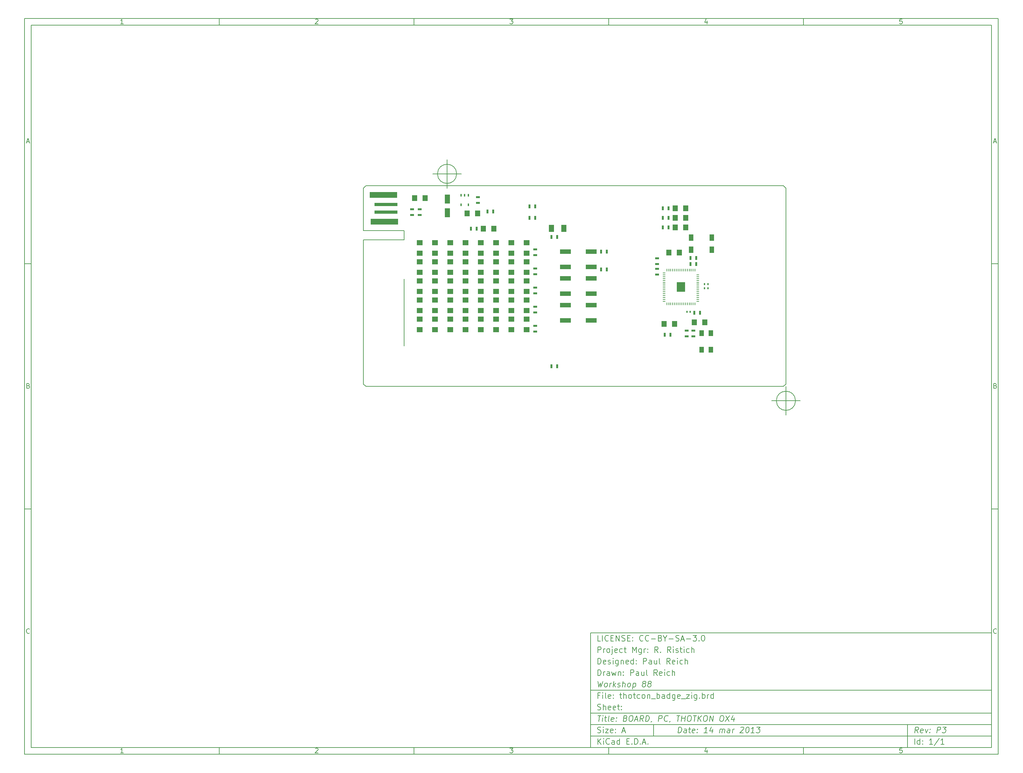
<source format=gtp>
G04 (created by PCBNEW (2012-11-15 BZR 3804)-stable) date Wed 13 Mar 2013 22:39:17 CDT*
%MOIN*%
G04 Gerber Fmt 3.4, Leading zero omitted, Abs format*
%FSLAX34Y34*%
G01*
G70*
G90*
G04 APERTURE LIST*
%ADD10C,0.006*%
%ADD11C,0.00590551*%
%ADD12R,0.00756693X0.02806*%
%ADD13R,0.02806X0.00756693*%
%ADD14R,0.0862X0.1015*%
%ADD15R,0.018X0.027*%
%ADD16R,0.0496063X0.0637795*%
%ADD17R,0.0468X0.0675*%
%ADD18R,0.288X0.063*%
%ADD19R,0.243X0.036*%
%ADD20R,0.0567X0.0639*%
%ADD21R,0.0405X0.0225*%
%ADD22R,0.0225X0.0405*%
%ADD23R,0.01413X0.02124*%
%ADD24R,0.0567X0.09216*%
%ADD25R,0.117X0.045*%
%ADD26R,0.054X0.072*%
%ADD27R,0.05661X0.06381*%
%ADD28R,0.06381X0.05661*%
G04 APERTURE END LIST*
G54D10*
X-41000Y34000D02*
X61000Y34000D01*
X61000Y-43000D01*
X-41000Y-43000D01*
X-41000Y34000D01*
X-40300Y33300D02*
X60300Y33300D01*
X60300Y-42300D01*
X-40300Y-42300D01*
X-40300Y33300D01*
X-20600Y34000D02*
X-20600Y33300D01*
X-30657Y33447D02*
X-30942Y33447D01*
X-30800Y33447D02*
X-30800Y33947D01*
X-30847Y33876D01*
X-30895Y33828D01*
X-30942Y33804D01*
X-20600Y-43000D02*
X-20600Y-42300D01*
X-30657Y-42852D02*
X-30942Y-42852D01*
X-30800Y-42852D02*
X-30800Y-42352D01*
X-30847Y-42423D01*
X-30895Y-42471D01*
X-30942Y-42495D01*
X-200Y34000D02*
X-200Y33300D01*
X-10542Y33900D02*
X-10519Y33923D01*
X-10471Y33947D01*
X-10352Y33947D01*
X-10304Y33923D01*
X-10280Y33900D01*
X-10257Y33852D01*
X-10257Y33804D01*
X-10280Y33733D01*
X-10566Y33447D01*
X-10257Y33447D01*
X-200Y-43000D02*
X-200Y-42300D01*
X-10542Y-42400D02*
X-10519Y-42376D01*
X-10471Y-42352D01*
X-10352Y-42352D01*
X-10304Y-42376D01*
X-10280Y-42400D01*
X-10257Y-42447D01*
X-10257Y-42495D01*
X-10280Y-42566D01*
X-10566Y-42852D01*
X-10257Y-42852D01*
X20200Y34000D02*
X20200Y33300D01*
X9833Y33947D02*
X10142Y33947D01*
X9976Y33757D01*
X10047Y33757D01*
X10095Y33733D01*
X10119Y33709D01*
X10142Y33661D01*
X10142Y33542D01*
X10119Y33495D01*
X10095Y33471D01*
X10047Y33447D01*
X9904Y33447D01*
X9857Y33471D01*
X9833Y33495D01*
X20200Y-43000D02*
X20200Y-42300D01*
X9833Y-42352D02*
X10142Y-42352D01*
X9976Y-42542D01*
X10047Y-42542D01*
X10095Y-42566D01*
X10119Y-42590D01*
X10142Y-42638D01*
X10142Y-42757D01*
X10119Y-42804D01*
X10095Y-42828D01*
X10047Y-42852D01*
X9904Y-42852D01*
X9857Y-42828D01*
X9833Y-42804D01*
X40600Y34000D02*
X40600Y33300D01*
X30495Y33780D02*
X30495Y33447D01*
X30376Y33971D02*
X30257Y33614D01*
X30566Y33614D01*
X40600Y-43000D02*
X40600Y-42300D01*
X30495Y-42519D02*
X30495Y-42852D01*
X30376Y-42328D02*
X30257Y-42685D01*
X30566Y-42685D01*
X50919Y33947D02*
X50680Y33947D01*
X50657Y33709D01*
X50680Y33733D01*
X50728Y33757D01*
X50847Y33757D01*
X50895Y33733D01*
X50919Y33709D01*
X50942Y33661D01*
X50942Y33542D01*
X50919Y33495D01*
X50895Y33471D01*
X50847Y33447D01*
X50728Y33447D01*
X50680Y33471D01*
X50657Y33495D01*
X50919Y-42352D02*
X50680Y-42352D01*
X50657Y-42590D01*
X50680Y-42566D01*
X50728Y-42542D01*
X50847Y-42542D01*
X50895Y-42566D01*
X50919Y-42590D01*
X50942Y-42638D01*
X50942Y-42757D01*
X50919Y-42804D01*
X50895Y-42828D01*
X50847Y-42852D01*
X50728Y-42852D01*
X50680Y-42828D01*
X50657Y-42804D01*
X-41000Y8340D02*
X-40300Y8340D01*
X-40769Y21110D02*
X-40530Y21110D01*
X-40816Y20967D02*
X-40649Y21467D01*
X-40483Y20967D01*
X61000Y8340D02*
X60300Y8340D01*
X60530Y21110D02*
X60769Y21110D01*
X60483Y20967D02*
X60650Y21467D01*
X60816Y20967D01*
X-41000Y-17320D02*
X-40300Y-17320D01*
X-40614Y-4430D02*
X-40542Y-4454D01*
X-40519Y-4478D01*
X-40495Y-4525D01*
X-40495Y-4597D01*
X-40519Y-4644D01*
X-40542Y-4668D01*
X-40590Y-4692D01*
X-40780Y-4692D01*
X-40780Y-4192D01*
X-40614Y-4192D01*
X-40566Y-4216D01*
X-40542Y-4240D01*
X-40519Y-4287D01*
X-40519Y-4335D01*
X-40542Y-4382D01*
X-40566Y-4406D01*
X-40614Y-4430D01*
X-40780Y-4430D01*
X61000Y-17320D02*
X60300Y-17320D01*
X60685Y-4430D02*
X60757Y-4454D01*
X60780Y-4478D01*
X60804Y-4525D01*
X60804Y-4597D01*
X60780Y-4644D01*
X60757Y-4668D01*
X60709Y-4692D01*
X60519Y-4692D01*
X60519Y-4192D01*
X60685Y-4192D01*
X60733Y-4216D01*
X60757Y-4240D01*
X60780Y-4287D01*
X60780Y-4335D01*
X60757Y-4382D01*
X60733Y-4406D01*
X60685Y-4430D01*
X60519Y-4430D01*
X-40495Y-30304D02*
X-40519Y-30328D01*
X-40590Y-30352D01*
X-40638Y-30352D01*
X-40709Y-30328D01*
X-40757Y-30280D01*
X-40780Y-30233D01*
X-40804Y-30138D01*
X-40804Y-30066D01*
X-40780Y-29971D01*
X-40757Y-29923D01*
X-40709Y-29876D01*
X-40638Y-29852D01*
X-40590Y-29852D01*
X-40519Y-29876D01*
X-40495Y-29900D01*
X60804Y-30304D02*
X60780Y-30328D01*
X60709Y-30352D01*
X60661Y-30352D01*
X60590Y-30328D01*
X60542Y-30280D01*
X60519Y-30233D01*
X60495Y-30138D01*
X60495Y-30066D01*
X60519Y-29971D01*
X60542Y-29923D01*
X60590Y-29876D01*
X60661Y-29852D01*
X60709Y-29852D01*
X60780Y-29876D01*
X60804Y-29900D01*
X27450Y-40742D02*
X27525Y-40142D01*
X27667Y-40142D01*
X27750Y-40171D01*
X27800Y-40228D01*
X27821Y-40285D01*
X27835Y-40400D01*
X27825Y-40485D01*
X27782Y-40600D01*
X27746Y-40657D01*
X27682Y-40714D01*
X27592Y-40742D01*
X27450Y-40742D01*
X28307Y-40742D02*
X28346Y-40428D01*
X28325Y-40371D01*
X28271Y-40342D01*
X28157Y-40342D01*
X28096Y-40371D01*
X28310Y-40714D02*
X28250Y-40742D01*
X28107Y-40742D01*
X28053Y-40714D01*
X28032Y-40657D01*
X28039Y-40600D01*
X28075Y-40542D01*
X28135Y-40514D01*
X28278Y-40514D01*
X28339Y-40485D01*
X28557Y-40342D02*
X28785Y-40342D01*
X28667Y-40142D02*
X28603Y-40657D01*
X28625Y-40714D01*
X28678Y-40742D01*
X28735Y-40742D01*
X29167Y-40714D02*
X29107Y-40742D01*
X28992Y-40742D01*
X28939Y-40714D01*
X28917Y-40657D01*
X28946Y-40428D01*
X28982Y-40371D01*
X29042Y-40342D01*
X29157Y-40342D01*
X29210Y-40371D01*
X29232Y-40428D01*
X29225Y-40485D01*
X28932Y-40542D01*
X29457Y-40685D02*
X29482Y-40714D01*
X29450Y-40742D01*
X29425Y-40714D01*
X29457Y-40685D01*
X29450Y-40742D01*
X29496Y-40371D02*
X29521Y-40400D01*
X29489Y-40428D01*
X29464Y-40400D01*
X29496Y-40371D01*
X29489Y-40428D01*
X30507Y-40742D02*
X30164Y-40742D01*
X30335Y-40742D02*
X30410Y-40142D01*
X30342Y-40228D01*
X30278Y-40285D01*
X30217Y-40314D01*
X31071Y-40342D02*
X31021Y-40742D01*
X30957Y-40114D02*
X30760Y-40542D01*
X31132Y-40542D01*
X31792Y-40742D02*
X31842Y-40342D01*
X31835Y-40400D02*
X31867Y-40371D01*
X31928Y-40342D01*
X32014Y-40342D01*
X32067Y-40371D01*
X32089Y-40428D01*
X32050Y-40742D01*
X32089Y-40428D02*
X32125Y-40371D01*
X32185Y-40342D01*
X32271Y-40342D01*
X32325Y-40371D01*
X32346Y-40428D01*
X32307Y-40742D01*
X32850Y-40742D02*
X32889Y-40428D01*
X32867Y-40371D01*
X32814Y-40342D01*
X32700Y-40342D01*
X32639Y-40371D01*
X32853Y-40714D02*
X32792Y-40742D01*
X32650Y-40742D01*
X32596Y-40714D01*
X32575Y-40657D01*
X32582Y-40600D01*
X32617Y-40542D01*
X32678Y-40514D01*
X32821Y-40514D01*
X32882Y-40485D01*
X33135Y-40742D02*
X33185Y-40342D01*
X33171Y-40457D02*
X33207Y-40400D01*
X33239Y-40371D01*
X33300Y-40342D01*
X33357Y-40342D01*
X34003Y-40200D02*
X34035Y-40171D01*
X34096Y-40142D01*
X34239Y-40142D01*
X34292Y-40171D01*
X34317Y-40200D01*
X34339Y-40257D01*
X34332Y-40314D01*
X34292Y-40400D01*
X33907Y-40742D01*
X34278Y-40742D01*
X34725Y-40142D02*
X34782Y-40142D01*
X34835Y-40171D01*
X34860Y-40200D01*
X34882Y-40257D01*
X34896Y-40371D01*
X34878Y-40514D01*
X34835Y-40628D01*
X34800Y-40685D01*
X34767Y-40714D01*
X34707Y-40742D01*
X34650Y-40742D01*
X34596Y-40714D01*
X34571Y-40685D01*
X34550Y-40628D01*
X34535Y-40514D01*
X34553Y-40371D01*
X34596Y-40257D01*
X34632Y-40200D01*
X34664Y-40171D01*
X34725Y-40142D01*
X35421Y-40742D02*
X35078Y-40742D01*
X35250Y-40742D02*
X35325Y-40142D01*
X35257Y-40228D01*
X35192Y-40285D01*
X35132Y-40314D01*
X35696Y-40142D02*
X36067Y-40142D01*
X35839Y-40371D01*
X35925Y-40371D01*
X35978Y-40400D01*
X36003Y-40428D01*
X36025Y-40485D01*
X36007Y-40628D01*
X35971Y-40685D01*
X35939Y-40714D01*
X35878Y-40742D01*
X35707Y-40742D01*
X35653Y-40714D01*
X35628Y-40685D01*
X19042Y-41942D02*
X19042Y-41342D01*
X19385Y-41942D02*
X19128Y-41600D01*
X19385Y-41342D02*
X19042Y-41685D01*
X19642Y-41942D02*
X19642Y-41542D01*
X19642Y-41342D02*
X19614Y-41371D01*
X19642Y-41400D01*
X19671Y-41371D01*
X19642Y-41342D01*
X19642Y-41400D01*
X20271Y-41885D02*
X20242Y-41914D01*
X20157Y-41942D01*
X20100Y-41942D01*
X20014Y-41914D01*
X19957Y-41857D01*
X19928Y-41800D01*
X19900Y-41685D01*
X19900Y-41600D01*
X19928Y-41485D01*
X19957Y-41428D01*
X20014Y-41371D01*
X20100Y-41342D01*
X20157Y-41342D01*
X20242Y-41371D01*
X20271Y-41400D01*
X20785Y-41942D02*
X20785Y-41628D01*
X20757Y-41571D01*
X20700Y-41542D01*
X20585Y-41542D01*
X20528Y-41571D01*
X20785Y-41914D02*
X20728Y-41942D01*
X20585Y-41942D01*
X20528Y-41914D01*
X20500Y-41857D01*
X20500Y-41800D01*
X20528Y-41742D01*
X20585Y-41714D01*
X20728Y-41714D01*
X20785Y-41685D01*
X21328Y-41942D02*
X21328Y-41342D01*
X21328Y-41914D02*
X21271Y-41942D01*
X21157Y-41942D01*
X21100Y-41914D01*
X21071Y-41885D01*
X21042Y-41828D01*
X21042Y-41657D01*
X21071Y-41600D01*
X21100Y-41571D01*
X21157Y-41542D01*
X21271Y-41542D01*
X21328Y-41571D01*
X22071Y-41628D02*
X22271Y-41628D01*
X22357Y-41942D02*
X22071Y-41942D01*
X22071Y-41342D01*
X22357Y-41342D01*
X22614Y-41885D02*
X22642Y-41914D01*
X22614Y-41942D01*
X22585Y-41914D01*
X22614Y-41885D01*
X22614Y-41942D01*
X22899Y-41942D02*
X22899Y-41342D01*
X23042Y-41342D01*
X23128Y-41371D01*
X23185Y-41428D01*
X23214Y-41485D01*
X23242Y-41600D01*
X23242Y-41685D01*
X23214Y-41800D01*
X23185Y-41857D01*
X23128Y-41914D01*
X23042Y-41942D01*
X22899Y-41942D01*
X23499Y-41885D02*
X23528Y-41914D01*
X23499Y-41942D01*
X23471Y-41914D01*
X23499Y-41885D01*
X23499Y-41942D01*
X23757Y-41771D02*
X24042Y-41771D01*
X23699Y-41942D02*
X23899Y-41342D01*
X24099Y-41942D01*
X24299Y-41885D02*
X24328Y-41914D01*
X24299Y-41942D01*
X24271Y-41914D01*
X24299Y-41885D01*
X24299Y-41942D01*
X52592Y-40742D02*
X52428Y-40457D01*
X52250Y-40742D02*
X52325Y-40142D01*
X52553Y-40142D01*
X52607Y-40171D01*
X52632Y-40200D01*
X52653Y-40257D01*
X52642Y-40342D01*
X52607Y-40400D01*
X52575Y-40428D01*
X52514Y-40457D01*
X52285Y-40457D01*
X53082Y-40714D02*
X53021Y-40742D01*
X52907Y-40742D01*
X52853Y-40714D01*
X52832Y-40657D01*
X52860Y-40428D01*
X52896Y-40371D01*
X52957Y-40342D01*
X53071Y-40342D01*
X53125Y-40371D01*
X53146Y-40428D01*
X53139Y-40485D01*
X52846Y-40542D01*
X53357Y-40342D02*
X53450Y-40742D01*
X53642Y-40342D01*
X53828Y-40685D02*
X53853Y-40714D01*
X53821Y-40742D01*
X53796Y-40714D01*
X53828Y-40685D01*
X53821Y-40742D01*
X53867Y-40371D02*
X53892Y-40400D01*
X53860Y-40428D01*
X53835Y-40400D01*
X53867Y-40371D01*
X53860Y-40428D01*
X54564Y-40742D02*
X54639Y-40142D01*
X54867Y-40142D01*
X54921Y-40171D01*
X54946Y-40200D01*
X54967Y-40257D01*
X54957Y-40342D01*
X54921Y-40400D01*
X54889Y-40428D01*
X54828Y-40457D01*
X54600Y-40457D01*
X55182Y-40142D02*
X55553Y-40142D01*
X55325Y-40371D01*
X55410Y-40371D01*
X55464Y-40400D01*
X55489Y-40428D01*
X55510Y-40485D01*
X55492Y-40628D01*
X55457Y-40685D01*
X55425Y-40714D01*
X55364Y-40742D01*
X55192Y-40742D01*
X55139Y-40714D01*
X55114Y-40685D01*
X19014Y-40714D02*
X19100Y-40742D01*
X19242Y-40742D01*
X19300Y-40714D01*
X19328Y-40685D01*
X19357Y-40628D01*
X19357Y-40571D01*
X19328Y-40514D01*
X19300Y-40485D01*
X19242Y-40457D01*
X19128Y-40428D01*
X19071Y-40400D01*
X19042Y-40371D01*
X19014Y-40314D01*
X19014Y-40257D01*
X19042Y-40200D01*
X19071Y-40171D01*
X19128Y-40142D01*
X19271Y-40142D01*
X19357Y-40171D01*
X19614Y-40742D02*
X19614Y-40342D01*
X19614Y-40142D02*
X19585Y-40171D01*
X19614Y-40200D01*
X19642Y-40171D01*
X19614Y-40142D01*
X19614Y-40200D01*
X19842Y-40342D02*
X20157Y-40342D01*
X19842Y-40742D01*
X20157Y-40742D01*
X20614Y-40714D02*
X20557Y-40742D01*
X20442Y-40742D01*
X20385Y-40714D01*
X20357Y-40657D01*
X20357Y-40428D01*
X20385Y-40371D01*
X20442Y-40342D01*
X20557Y-40342D01*
X20614Y-40371D01*
X20642Y-40428D01*
X20642Y-40485D01*
X20357Y-40542D01*
X20900Y-40685D02*
X20928Y-40714D01*
X20900Y-40742D01*
X20871Y-40714D01*
X20900Y-40685D01*
X20900Y-40742D01*
X20900Y-40371D02*
X20928Y-40400D01*
X20900Y-40428D01*
X20871Y-40400D01*
X20900Y-40371D01*
X20900Y-40428D01*
X21614Y-40571D02*
X21900Y-40571D01*
X21557Y-40742D02*
X21757Y-40142D01*
X21957Y-40742D01*
X52242Y-41942D02*
X52242Y-41342D01*
X52785Y-41942D02*
X52785Y-41342D01*
X52785Y-41914D02*
X52728Y-41942D01*
X52614Y-41942D01*
X52557Y-41914D01*
X52528Y-41885D01*
X52500Y-41828D01*
X52500Y-41657D01*
X52528Y-41600D01*
X52557Y-41571D01*
X52614Y-41542D01*
X52728Y-41542D01*
X52785Y-41571D01*
X53071Y-41885D02*
X53100Y-41914D01*
X53071Y-41942D01*
X53042Y-41914D01*
X53071Y-41885D01*
X53071Y-41942D01*
X53071Y-41571D02*
X53100Y-41600D01*
X53071Y-41628D01*
X53042Y-41600D01*
X53071Y-41571D01*
X53071Y-41628D01*
X54128Y-41942D02*
X53785Y-41942D01*
X53957Y-41942D02*
X53957Y-41342D01*
X53899Y-41428D01*
X53842Y-41485D01*
X53785Y-41514D01*
X54814Y-41314D02*
X54300Y-42085D01*
X55328Y-41942D02*
X54985Y-41942D01*
X55157Y-41942D02*
X55157Y-41342D01*
X55099Y-41428D01*
X55042Y-41485D01*
X54985Y-41514D01*
X19039Y-38942D02*
X19382Y-38942D01*
X19135Y-39542D02*
X19210Y-38942D01*
X19507Y-39542D02*
X19557Y-39142D01*
X19582Y-38942D02*
X19550Y-38971D01*
X19575Y-39000D01*
X19607Y-38971D01*
X19582Y-38942D01*
X19575Y-39000D01*
X19757Y-39142D02*
X19985Y-39142D01*
X19867Y-38942D02*
X19803Y-39457D01*
X19825Y-39514D01*
X19878Y-39542D01*
X19935Y-39542D01*
X20221Y-39542D02*
X20167Y-39514D01*
X20146Y-39457D01*
X20210Y-38942D01*
X20682Y-39514D02*
X20621Y-39542D01*
X20507Y-39542D01*
X20453Y-39514D01*
X20432Y-39457D01*
X20460Y-39228D01*
X20496Y-39171D01*
X20557Y-39142D01*
X20671Y-39142D01*
X20725Y-39171D01*
X20746Y-39228D01*
X20739Y-39285D01*
X20446Y-39342D01*
X20971Y-39485D02*
X20996Y-39514D01*
X20964Y-39542D01*
X20939Y-39514D01*
X20971Y-39485D01*
X20964Y-39542D01*
X21010Y-39171D02*
X21035Y-39200D01*
X21003Y-39228D01*
X20978Y-39200D01*
X21010Y-39171D01*
X21003Y-39228D01*
X21946Y-39228D02*
X22028Y-39257D01*
X22053Y-39285D01*
X22075Y-39342D01*
X22064Y-39428D01*
X22028Y-39485D01*
X21996Y-39514D01*
X21935Y-39542D01*
X21707Y-39542D01*
X21782Y-38942D01*
X21982Y-38942D01*
X22035Y-38971D01*
X22060Y-39000D01*
X22082Y-39057D01*
X22075Y-39114D01*
X22039Y-39171D01*
X22007Y-39200D01*
X21946Y-39228D01*
X21746Y-39228D01*
X22496Y-38942D02*
X22610Y-38942D01*
X22664Y-38971D01*
X22714Y-39028D01*
X22728Y-39142D01*
X22703Y-39342D01*
X22660Y-39457D01*
X22596Y-39514D01*
X22535Y-39542D01*
X22421Y-39542D01*
X22367Y-39514D01*
X22317Y-39457D01*
X22303Y-39342D01*
X22328Y-39142D01*
X22371Y-39028D01*
X22435Y-38971D01*
X22496Y-38942D01*
X22928Y-39371D02*
X23214Y-39371D01*
X22850Y-39542D02*
X23125Y-38942D01*
X23250Y-39542D01*
X23792Y-39542D02*
X23628Y-39257D01*
X23450Y-39542D02*
X23525Y-38942D01*
X23753Y-38942D01*
X23807Y-38971D01*
X23832Y-39000D01*
X23853Y-39057D01*
X23842Y-39142D01*
X23807Y-39200D01*
X23775Y-39228D01*
X23714Y-39257D01*
X23485Y-39257D01*
X24050Y-39542D02*
X24125Y-38942D01*
X24267Y-38942D01*
X24350Y-38971D01*
X24400Y-39028D01*
X24421Y-39085D01*
X24435Y-39200D01*
X24425Y-39285D01*
X24382Y-39400D01*
X24346Y-39457D01*
X24282Y-39514D01*
X24192Y-39542D01*
X24050Y-39542D01*
X24682Y-39514D02*
X24678Y-39542D01*
X24642Y-39600D01*
X24610Y-39628D01*
X25392Y-39542D02*
X25467Y-38942D01*
X25696Y-38942D01*
X25749Y-38971D01*
X25775Y-39000D01*
X25796Y-39057D01*
X25785Y-39142D01*
X25750Y-39200D01*
X25717Y-39228D01*
X25657Y-39257D01*
X25428Y-39257D01*
X26342Y-39485D02*
X26310Y-39514D01*
X26221Y-39542D01*
X26164Y-39542D01*
X26082Y-39514D01*
X26032Y-39457D01*
X26010Y-39400D01*
X25996Y-39285D01*
X26007Y-39200D01*
X26050Y-39085D01*
X26085Y-39028D01*
X26149Y-38971D01*
X26239Y-38942D01*
X26296Y-38942D01*
X26378Y-38971D01*
X26403Y-39000D01*
X26625Y-39514D02*
X26621Y-39542D01*
X26585Y-39600D01*
X26553Y-39628D01*
X27325Y-38942D02*
X27667Y-38942D01*
X27421Y-39542D02*
X27496Y-38942D01*
X27792Y-39542D02*
X27867Y-38942D01*
X27832Y-39228D02*
X28175Y-39228D01*
X28135Y-39542D02*
X28210Y-38942D01*
X28610Y-38942D02*
X28725Y-38942D01*
X28778Y-38971D01*
X28828Y-39028D01*
X28842Y-39142D01*
X28817Y-39342D01*
X28774Y-39457D01*
X28710Y-39514D01*
X28650Y-39542D01*
X28535Y-39542D01*
X28482Y-39514D01*
X28432Y-39457D01*
X28417Y-39342D01*
X28442Y-39142D01*
X28485Y-39028D01*
X28549Y-38971D01*
X28610Y-38942D01*
X29039Y-38942D02*
X29382Y-38942D01*
X29135Y-39542D02*
X29210Y-38942D01*
X29507Y-39542D02*
X29582Y-38942D01*
X29849Y-39542D02*
X29635Y-39200D01*
X29924Y-38942D02*
X29539Y-39285D01*
X30296Y-38942D02*
X30410Y-38942D01*
X30464Y-38971D01*
X30514Y-39028D01*
X30528Y-39142D01*
X30503Y-39342D01*
X30460Y-39457D01*
X30396Y-39514D01*
X30335Y-39542D01*
X30221Y-39542D01*
X30167Y-39514D01*
X30117Y-39457D01*
X30103Y-39342D01*
X30128Y-39142D01*
X30171Y-39028D01*
X30235Y-38971D01*
X30296Y-38942D01*
X30735Y-39542D02*
X30810Y-38942D01*
X31078Y-39542D01*
X31153Y-38942D01*
X32010Y-38942D02*
X32124Y-38942D01*
X32178Y-38971D01*
X32228Y-39028D01*
X32242Y-39142D01*
X32217Y-39342D01*
X32174Y-39457D01*
X32110Y-39514D01*
X32049Y-39542D01*
X31935Y-39542D01*
X31882Y-39514D01*
X31832Y-39457D01*
X31817Y-39342D01*
X31842Y-39142D01*
X31885Y-39028D01*
X31949Y-38971D01*
X32010Y-38942D01*
X32467Y-38942D02*
X32792Y-39542D01*
X32867Y-38942D02*
X32392Y-39542D01*
X33328Y-39142D02*
X33278Y-39542D01*
X33214Y-38914D02*
X33017Y-39342D01*
X33389Y-39342D01*
X19242Y-36828D02*
X19042Y-36828D01*
X19042Y-37142D02*
X19042Y-36542D01*
X19328Y-36542D01*
X19557Y-37142D02*
X19557Y-36742D01*
X19557Y-36542D02*
X19528Y-36571D01*
X19557Y-36600D01*
X19585Y-36571D01*
X19557Y-36542D01*
X19557Y-36600D01*
X19928Y-37142D02*
X19871Y-37114D01*
X19842Y-37057D01*
X19842Y-36542D01*
X20385Y-37114D02*
X20328Y-37142D01*
X20214Y-37142D01*
X20157Y-37114D01*
X20128Y-37057D01*
X20128Y-36828D01*
X20157Y-36771D01*
X20214Y-36742D01*
X20328Y-36742D01*
X20385Y-36771D01*
X20414Y-36828D01*
X20414Y-36885D01*
X20128Y-36942D01*
X20671Y-37085D02*
X20700Y-37114D01*
X20671Y-37142D01*
X20642Y-37114D01*
X20671Y-37085D01*
X20671Y-37142D01*
X20671Y-36771D02*
X20700Y-36800D01*
X20671Y-36828D01*
X20642Y-36800D01*
X20671Y-36771D01*
X20671Y-36828D01*
X21328Y-36742D02*
X21557Y-36742D01*
X21414Y-36542D02*
X21414Y-37057D01*
X21442Y-37114D01*
X21500Y-37142D01*
X21557Y-37142D01*
X21757Y-37142D02*
X21757Y-36542D01*
X22014Y-37142D02*
X22014Y-36828D01*
X21985Y-36771D01*
X21928Y-36742D01*
X21842Y-36742D01*
X21785Y-36771D01*
X21757Y-36800D01*
X22385Y-37142D02*
X22328Y-37114D01*
X22300Y-37085D01*
X22271Y-37028D01*
X22271Y-36857D01*
X22300Y-36800D01*
X22328Y-36771D01*
X22385Y-36742D01*
X22471Y-36742D01*
X22528Y-36771D01*
X22557Y-36800D01*
X22585Y-36857D01*
X22585Y-37028D01*
X22557Y-37085D01*
X22528Y-37114D01*
X22471Y-37142D01*
X22385Y-37142D01*
X22757Y-36742D02*
X22985Y-36742D01*
X22842Y-36542D02*
X22842Y-37057D01*
X22871Y-37114D01*
X22928Y-37142D01*
X22985Y-37142D01*
X23442Y-37114D02*
X23385Y-37142D01*
X23271Y-37142D01*
X23214Y-37114D01*
X23185Y-37085D01*
X23157Y-37028D01*
X23157Y-36857D01*
X23185Y-36800D01*
X23214Y-36771D01*
X23271Y-36742D01*
X23385Y-36742D01*
X23442Y-36771D01*
X23785Y-37142D02*
X23728Y-37114D01*
X23700Y-37085D01*
X23671Y-37028D01*
X23671Y-36857D01*
X23700Y-36800D01*
X23728Y-36771D01*
X23785Y-36742D01*
X23871Y-36742D01*
X23928Y-36771D01*
X23957Y-36800D01*
X23985Y-36857D01*
X23985Y-37028D01*
X23957Y-37085D01*
X23928Y-37114D01*
X23871Y-37142D01*
X23785Y-37142D01*
X24242Y-36742D02*
X24242Y-37142D01*
X24242Y-36800D02*
X24271Y-36771D01*
X24328Y-36742D01*
X24414Y-36742D01*
X24471Y-36771D01*
X24500Y-36828D01*
X24500Y-37142D01*
X24642Y-37200D02*
X25100Y-37200D01*
X25242Y-37142D02*
X25242Y-36542D01*
X25242Y-36771D02*
X25300Y-36742D01*
X25414Y-36742D01*
X25471Y-36771D01*
X25500Y-36800D01*
X25528Y-36857D01*
X25528Y-37028D01*
X25500Y-37085D01*
X25471Y-37114D01*
X25414Y-37142D01*
X25300Y-37142D01*
X25242Y-37114D01*
X26042Y-37142D02*
X26042Y-36828D01*
X26014Y-36771D01*
X25957Y-36742D01*
X25842Y-36742D01*
X25785Y-36771D01*
X26042Y-37114D02*
X25985Y-37142D01*
X25842Y-37142D01*
X25785Y-37114D01*
X25757Y-37057D01*
X25757Y-37000D01*
X25785Y-36942D01*
X25842Y-36914D01*
X25985Y-36914D01*
X26042Y-36885D01*
X26585Y-37142D02*
X26585Y-36542D01*
X26585Y-37114D02*
X26528Y-37142D01*
X26414Y-37142D01*
X26357Y-37114D01*
X26328Y-37085D01*
X26300Y-37028D01*
X26300Y-36857D01*
X26328Y-36800D01*
X26357Y-36771D01*
X26414Y-36742D01*
X26528Y-36742D01*
X26585Y-36771D01*
X27128Y-36742D02*
X27128Y-37228D01*
X27100Y-37285D01*
X27071Y-37314D01*
X27014Y-37342D01*
X26928Y-37342D01*
X26871Y-37314D01*
X27128Y-37114D02*
X27071Y-37142D01*
X26957Y-37142D01*
X26900Y-37114D01*
X26871Y-37085D01*
X26842Y-37028D01*
X26842Y-36857D01*
X26871Y-36800D01*
X26900Y-36771D01*
X26957Y-36742D01*
X27071Y-36742D01*
X27128Y-36771D01*
X27642Y-37114D02*
X27585Y-37142D01*
X27471Y-37142D01*
X27414Y-37114D01*
X27385Y-37057D01*
X27385Y-36828D01*
X27414Y-36771D01*
X27471Y-36742D01*
X27585Y-36742D01*
X27642Y-36771D01*
X27671Y-36828D01*
X27671Y-36885D01*
X27385Y-36942D01*
X27785Y-37200D02*
X28242Y-37200D01*
X28328Y-36742D02*
X28642Y-36742D01*
X28328Y-37142D01*
X28642Y-37142D01*
X28871Y-37142D02*
X28871Y-36742D01*
X28871Y-36542D02*
X28842Y-36571D01*
X28871Y-36600D01*
X28900Y-36571D01*
X28871Y-36542D01*
X28871Y-36600D01*
X29414Y-36742D02*
X29414Y-37228D01*
X29385Y-37285D01*
X29357Y-37314D01*
X29299Y-37342D01*
X29214Y-37342D01*
X29157Y-37314D01*
X29414Y-37114D02*
X29357Y-37142D01*
X29242Y-37142D01*
X29185Y-37114D01*
X29157Y-37085D01*
X29128Y-37028D01*
X29128Y-36857D01*
X29157Y-36800D01*
X29185Y-36771D01*
X29242Y-36742D01*
X29357Y-36742D01*
X29414Y-36771D01*
X29699Y-37085D02*
X29728Y-37114D01*
X29699Y-37142D01*
X29671Y-37114D01*
X29699Y-37085D01*
X29699Y-37142D01*
X29985Y-37142D02*
X29985Y-36542D01*
X29985Y-36771D02*
X30042Y-36742D01*
X30157Y-36742D01*
X30214Y-36771D01*
X30242Y-36800D01*
X30271Y-36857D01*
X30271Y-37028D01*
X30242Y-37085D01*
X30214Y-37114D01*
X30157Y-37142D01*
X30042Y-37142D01*
X29985Y-37114D01*
X30528Y-37142D02*
X30528Y-36742D01*
X30528Y-36857D02*
X30557Y-36800D01*
X30585Y-36771D01*
X30642Y-36742D01*
X30699Y-36742D01*
X31157Y-37142D02*
X31157Y-36542D01*
X31157Y-37114D02*
X31099Y-37142D01*
X30985Y-37142D01*
X30928Y-37114D01*
X30899Y-37085D01*
X30871Y-37028D01*
X30871Y-36857D01*
X30899Y-36800D01*
X30928Y-36771D01*
X30985Y-36742D01*
X31099Y-36742D01*
X31157Y-36771D01*
X19014Y-38314D02*
X19100Y-38342D01*
X19242Y-38342D01*
X19300Y-38314D01*
X19328Y-38285D01*
X19357Y-38228D01*
X19357Y-38171D01*
X19328Y-38114D01*
X19300Y-38085D01*
X19242Y-38057D01*
X19128Y-38028D01*
X19071Y-38000D01*
X19042Y-37971D01*
X19014Y-37914D01*
X19014Y-37857D01*
X19042Y-37800D01*
X19071Y-37771D01*
X19128Y-37742D01*
X19271Y-37742D01*
X19357Y-37771D01*
X19614Y-38342D02*
X19614Y-37742D01*
X19871Y-38342D02*
X19871Y-38028D01*
X19842Y-37971D01*
X19785Y-37942D01*
X19700Y-37942D01*
X19642Y-37971D01*
X19614Y-38000D01*
X20385Y-38314D02*
X20328Y-38342D01*
X20214Y-38342D01*
X20157Y-38314D01*
X20128Y-38257D01*
X20128Y-38028D01*
X20157Y-37971D01*
X20214Y-37942D01*
X20328Y-37942D01*
X20385Y-37971D01*
X20414Y-38028D01*
X20414Y-38085D01*
X20128Y-38142D01*
X20900Y-38314D02*
X20842Y-38342D01*
X20728Y-38342D01*
X20671Y-38314D01*
X20642Y-38257D01*
X20642Y-38028D01*
X20671Y-37971D01*
X20728Y-37942D01*
X20842Y-37942D01*
X20900Y-37971D01*
X20928Y-38028D01*
X20928Y-38085D01*
X20642Y-38142D01*
X21100Y-37942D02*
X21328Y-37942D01*
X21185Y-37742D02*
X21185Y-38257D01*
X21214Y-38314D01*
X21271Y-38342D01*
X21328Y-38342D01*
X21528Y-38285D02*
X21557Y-38314D01*
X21528Y-38342D01*
X21500Y-38314D01*
X21528Y-38285D01*
X21528Y-38342D01*
X21528Y-37971D02*
X21557Y-38000D01*
X21528Y-38028D01*
X21500Y-38000D01*
X21528Y-37971D01*
X21528Y-38028D01*
X19067Y-35342D02*
X19135Y-35942D01*
X19303Y-35514D01*
X19364Y-35942D01*
X19582Y-35342D01*
X19821Y-35942D02*
X19767Y-35914D01*
X19742Y-35885D01*
X19721Y-35828D01*
X19742Y-35657D01*
X19778Y-35600D01*
X19810Y-35571D01*
X19871Y-35542D01*
X19957Y-35542D01*
X20010Y-35571D01*
X20035Y-35600D01*
X20057Y-35657D01*
X20035Y-35828D01*
X20000Y-35885D01*
X19967Y-35914D01*
X19907Y-35942D01*
X19821Y-35942D01*
X20278Y-35942D02*
X20328Y-35542D01*
X20314Y-35657D02*
X20350Y-35600D01*
X20382Y-35571D01*
X20442Y-35542D01*
X20500Y-35542D01*
X20650Y-35942D02*
X20725Y-35342D01*
X20735Y-35714D02*
X20878Y-35942D01*
X20928Y-35542D02*
X20671Y-35771D01*
X21110Y-35914D02*
X21164Y-35942D01*
X21278Y-35942D01*
X21339Y-35914D01*
X21375Y-35857D01*
X21378Y-35828D01*
X21357Y-35771D01*
X21303Y-35742D01*
X21217Y-35742D01*
X21164Y-35714D01*
X21142Y-35657D01*
X21146Y-35628D01*
X21182Y-35571D01*
X21242Y-35542D01*
X21328Y-35542D01*
X21382Y-35571D01*
X21621Y-35942D02*
X21696Y-35342D01*
X21878Y-35942D02*
X21917Y-35628D01*
X21896Y-35571D01*
X21842Y-35542D01*
X21757Y-35542D01*
X21696Y-35571D01*
X21664Y-35600D01*
X22249Y-35942D02*
X22196Y-35914D01*
X22171Y-35885D01*
X22150Y-35828D01*
X22171Y-35657D01*
X22207Y-35600D01*
X22239Y-35571D01*
X22299Y-35542D01*
X22385Y-35542D01*
X22439Y-35571D01*
X22464Y-35600D01*
X22485Y-35657D01*
X22464Y-35828D01*
X22428Y-35885D01*
X22396Y-35914D01*
X22335Y-35942D01*
X22249Y-35942D01*
X22757Y-35542D02*
X22682Y-36142D01*
X22753Y-35571D02*
X22814Y-35542D01*
X22928Y-35542D01*
X22982Y-35571D01*
X23007Y-35600D01*
X23028Y-35657D01*
X23007Y-35828D01*
X22971Y-35885D01*
X22939Y-35914D01*
X22878Y-35942D01*
X22764Y-35942D01*
X22710Y-35914D01*
X23835Y-35600D02*
X23782Y-35571D01*
X23757Y-35542D01*
X23735Y-35485D01*
X23739Y-35457D01*
X23774Y-35400D01*
X23807Y-35371D01*
X23867Y-35342D01*
X23982Y-35342D01*
X24035Y-35371D01*
X24060Y-35400D01*
X24082Y-35457D01*
X24078Y-35485D01*
X24042Y-35542D01*
X24010Y-35571D01*
X23949Y-35600D01*
X23835Y-35600D01*
X23775Y-35628D01*
X23742Y-35657D01*
X23707Y-35714D01*
X23692Y-35828D01*
X23714Y-35885D01*
X23739Y-35914D01*
X23792Y-35942D01*
X23907Y-35942D01*
X23967Y-35914D01*
X23999Y-35885D01*
X24035Y-35828D01*
X24049Y-35714D01*
X24028Y-35657D01*
X24003Y-35628D01*
X23949Y-35600D01*
X24407Y-35600D02*
X24353Y-35571D01*
X24328Y-35542D01*
X24307Y-35485D01*
X24310Y-35457D01*
X24346Y-35400D01*
X24378Y-35371D01*
X24439Y-35342D01*
X24553Y-35342D01*
X24607Y-35371D01*
X24632Y-35400D01*
X24653Y-35457D01*
X24650Y-35485D01*
X24614Y-35542D01*
X24582Y-35571D01*
X24521Y-35600D01*
X24407Y-35600D01*
X24346Y-35628D01*
X24314Y-35657D01*
X24278Y-35714D01*
X24264Y-35828D01*
X24285Y-35885D01*
X24310Y-35914D01*
X24364Y-35942D01*
X24478Y-35942D01*
X24539Y-35914D01*
X24571Y-35885D01*
X24607Y-35828D01*
X24621Y-35714D01*
X24599Y-35657D01*
X24575Y-35628D01*
X24521Y-35600D01*
X19042Y-34742D02*
X19042Y-34142D01*
X19185Y-34142D01*
X19271Y-34171D01*
X19328Y-34228D01*
X19357Y-34285D01*
X19385Y-34400D01*
X19385Y-34485D01*
X19357Y-34600D01*
X19328Y-34657D01*
X19271Y-34714D01*
X19185Y-34742D01*
X19042Y-34742D01*
X19642Y-34742D02*
X19642Y-34342D01*
X19642Y-34457D02*
X19671Y-34400D01*
X19700Y-34371D01*
X19757Y-34342D01*
X19814Y-34342D01*
X20271Y-34742D02*
X20271Y-34428D01*
X20242Y-34371D01*
X20185Y-34342D01*
X20071Y-34342D01*
X20014Y-34371D01*
X20271Y-34714D02*
X20214Y-34742D01*
X20071Y-34742D01*
X20014Y-34714D01*
X19985Y-34657D01*
X19985Y-34600D01*
X20014Y-34542D01*
X20071Y-34514D01*
X20214Y-34514D01*
X20271Y-34485D01*
X20500Y-34342D02*
X20614Y-34742D01*
X20728Y-34457D01*
X20842Y-34742D01*
X20957Y-34342D01*
X21185Y-34342D02*
X21185Y-34742D01*
X21185Y-34400D02*
X21214Y-34371D01*
X21271Y-34342D01*
X21357Y-34342D01*
X21414Y-34371D01*
X21442Y-34428D01*
X21442Y-34742D01*
X21728Y-34685D02*
X21757Y-34714D01*
X21728Y-34742D01*
X21700Y-34714D01*
X21728Y-34685D01*
X21728Y-34742D01*
X21728Y-34371D02*
X21757Y-34400D01*
X21728Y-34428D01*
X21700Y-34400D01*
X21728Y-34371D01*
X21728Y-34428D01*
X22471Y-34742D02*
X22471Y-34142D01*
X22700Y-34142D01*
X22757Y-34171D01*
X22785Y-34200D01*
X22814Y-34257D01*
X22814Y-34342D01*
X22785Y-34400D01*
X22757Y-34428D01*
X22700Y-34457D01*
X22471Y-34457D01*
X23328Y-34742D02*
X23328Y-34428D01*
X23300Y-34371D01*
X23242Y-34342D01*
X23128Y-34342D01*
X23071Y-34371D01*
X23328Y-34714D02*
X23271Y-34742D01*
X23128Y-34742D01*
X23071Y-34714D01*
X23042Y-34657D01*
X23042Y-34600D01*
X23071Y-34542D01*
X23128Y-34514D01*
X23271Y-34514D01*
X23328Y-34485D01*
X23871Y-34342D02*
X23871Y-34742D01*
X23614Y-34342D02*
X23614Y-34657D01*
X23642Y-34714D01*
X23699Y-34742D01*
X23785Y-34742D01*
X23842Y-34714D01*
X23871Y-34685D01*
X24242Y-34742D02*
X24185Y-34714D01*
X24157Y-34657D01*
X24157Y-34142D01*
X25271Y-34742D02*
X25071Y-34457D01*
X24928Y-34742D02*
X24928Y-34142D01*
X25157Y-34142D01*
X25214Y-34171D01*
X25242Y-34200D01*
X25271Y-34257D01*
X25271Y-34342D01*
X25242Y-34400D01*
X25214Y-34428D01*
X25157Y-34457D01*
X24928Y-34457D01*
X25757Y-34714D02*
X25700Y-34742D01*
X25585Y-34742D01*
X25528Y-34714D01*
X25500Y-34657D01*
X25500Y-34428D01*
X25528Y-34371D01*
X25585Y-34342D01*
X25700Y-34342D01*
X25757Y-34371D01*
X25785Y-34428D01*
X25785Y-34485D01*
X25500Y-34542D01*
X26042Y-34742D02*
X26042Y-34342D01*
X26042Y-34142D02*
X26014Y-34171D01*
X26042Y-34200D01*
X26071Y-34171D01*
X26042Y-34142D01*
X26042Y-34200D01*
X26585Y-34714D02*
X26528Y-34742D01*
X26414Y-34742D01*
X26357Y-34714D01*
X26328Y-34685D01*
X26300Y-34628D01*
X26300Y-34457D01*
X26328Y-34400D01*
X26357Y-34371D01*
X26414Y-34342D01*
X26528Y-34342D01*
X26585Y-34371D01*
X26842Y-34742D02*
X26842Y-34142D01*
X27100Y-34742D02*
X27100Y-34428D01*
X27071Y-34371D01*
X27014Y-34342D01*
X26928Y-34342D01*
X26871Y-34371D01*
X26842Y-34400D01*
X19042Y-33542D02*
X19042Y-32942D01*
X19185Y-32942D01*
X19271Y-32971D01*
X19328Y-33028D01*
X19357Y-33085D01*
X19385Y-33200D01*
X19385Y-33285D01*
X19357Y-33400D01*
X19328Y-33457D01*
X19271Y-33514D01*
X19185Y-33542D01*
X19042Y-33542D01*
X19871Y-33514D02*
X19814Y-33542D01*
X19700Y-33542D01*
X19642Y-33514D01*
X19614Y-33457D01*
X19614Y-33228D01*
X19642Y-33171D01*
X19700Y-33142D01*
X19814Y-33142D01*
X19871Y-33171D01*
X19900Y-33228D01*
X19900Y-33285D01*
X19614Y-33342D01*
X20128Y-33514D02*
X20185Y-33542D01*
X20300Y-33542D01*
X20357Y-33514D01*
X20385Y-33457D01*
X20385Y-33428D01*
X20357Y-33371D01*
X20300Y-33342D01*
X20214Y-33342D01*
X20157Y-33314D01*
X20128Y-33257D01*
X20128Y-33228D01*
X20157Y-33171D01*
X20214Y-33142D01*
X20300Y-33142D01*
X20357Y-33171D01*
X20642Y-33542D02*
X20642Y-33142D01*
X20642Y-32942D02*
X20614Y-32971D01*
X20642Y-33000D01*
X20671Y-32971D01*
X20642Y-32942D01*
X20642Y-33000D01*
X21185Y-33142D02*
X21185Y-33628D01*
X21157Y-33685D01*
X21128Y-33714D01*
X21071Y-33742D01*
X20985Y-33742D01*
X20928Y-33714D01*
X21185Y-33514D02*
X21128Y-33542D01*
X21014Y-33542D01*
X20957Y-33514D01*
X20928Y-33485D01*
X20900Y-33428D01*
X20900Y-33257D01*
X20928Y-33200D01*
X20957Y-33171D01*
X21014Y-33142D01*
X21128Y-33142D01*
X21185Y-33171D01*
X21471Y-33142D02*
X21471Y-33542D01*
X21471Y-33200D02*
X21500Y-33171D01*
X21557Y-33142D01*
X21642Y-33142D01*
X21700Y-33171D01*
X21728Y-33228D01*
X21728Y-33542D01*
X22242Y-33514D02*
X22185Y-33542D01*
X22071Y-33542D01*
X22014Y-33514D01*
X21985Y-33457D01*
X21985Y-33228D01*
X22014Y-33171D01*
X22071Y-33142D01*
X22185Y-33142D01*
X22242Y-33171D01*
X22271Y-33228D01*
X22271Y-33285D01*
X21985Y-33342D01*
X22785Y-33542D02*
X22785Y-32942D01*
X22785Y-33514D02*
X22728Y-33542D01*
X22614Y-33542D01*
X22557Y-33514D01*
X22528Y-33485D01*
X22500Y-33428D01*
X22500Y-33257D01*
X22528Y-33200D01*
X22557Y-33171D01*
X22614Y-33142D01*
X22728Y-33142D01*
X22785Y-33171D01*
X23071Y-33485D02*
X23100Y-33514D01*
X23071Y-33542D01*
X23042Y-33514D01*
X23071Y-33485D01*
X23071Y-33542D01*
X23071Y-33171D02*
X23100Y-33200D01*
X23071Y-33228D01*
X23042Y-33200D01*
X23071Y-33171D01*
X23071Y-33228D01*
X23814Y-33542D02*
X23814Y-32942D01*
X24042Y-32942D01*
X24099Y-32971D01*
X24128Y-33000D01*
X24157Y-33057D01*
X24157Y-33142D01*
X24128Y-33200D01*
X24099Y-33228D01*
X24042Y-33257D01*
X23814Y-33257D01*
X24671Y-33542D02*
X24671Y-33228D01*
X24642Y-33171D01*
X24585Y-33142D01*
X24471Y-33142D01*
X24414Y-33171D01*
X24671Y-33514D02*
X24614Y-33542D01*
X24471Y-33542D01*
X24414Y-33514D01*
X24385Y-33457D01*
X24385Y-33400D01*
X24414Y-33342D01*
X24471Y-33314D01*
X24614Y-33314D01*
X24671Y-33285D01*
X25214Y-33142D02*
X25214Y-33542D01*
X24957Y-33142D02*
X24957Y-33457D01*
X24985Y-33514D01*
X25042Y-33542D01*
X25128Y-33542D01*
X25185Y-33514D01*
X25214Y-33485D01*
X25585Y-33542D02*
X25528Y-33514D01*
X25499Y-33457D01*
X25499Y-32942D01*
X26614Y-33542D02*
X26414Y-33257D01*
X26271Y-33542D02*
X26271Y-32942D01*
X26500Y-32942D01*
X26557Y-32971D01*
X26585Y-33000D01*
X26614Y-33057D01*
X26614Y-33142D01*
X26585Y-33200D01*
X26557Y-33228D01*
X26500Y-33257D01*
X26271Y-33257D01*
X27100Y-33514D02*
X27042Y-33542D01*
X26928Y-33542D01*
X26871Y-33514D01*
X26842Y-33457D01*
X26842Y-33228D01*
X26871Y-33171D01*
X26928Y-33142D01*
X27042Y-33142D01*
X27100Y-33171D01*
X27128Y-33228D01*
X27128Y-33285D01*
X26842Y-33342D01*
X27385Y-33542D02*
X27385Y-33142D01*
X27385Y-32942D02*
X27357Y-32971D01*
X27385Y-33000D01*
X27414Y-32971D01*
X27385Y-32942D01*
X27385Y-33000D01*
X27928Y-33514D02*
X27871Y-33542D01*
X27757Y-33542D01*
X27700Y-33514D01*
X27671Y-33485D01*
X27642Y-33428D01*
X27642Y-33257D01*
X27671Y-33200D01*
X27700Y-33171D01*
X27757Y-33142D01*
X27871Y-33142D01*
X27928Y-33171D01*
X28185Y-33542D02*
X28185Y-32942D01*
X28442Y-33542D02*
X28442Y-33228D01*
X28414Y-33171D01*
X28357Y-33142D01*
X28271Y-33142D01*
X28214Y-33171D01*
X28185Y-33200D01*
X19042Y-32342D02*
X19042Y-31742D01*
X19271Y-31742D01*
X19328Y-31771D01*
X19357Y-31800D01*
X19385Y-31857D01*
X19385Y-31942D01*
X19357Y-32000D01*
X19328Y-32028D01*
X19271Y-32057D01*
X19042Y-32057D01*
X19642Y-32342D02*
X19642Y-31942D01*
X19642Y-32057D02*
X19671Y-32000D01*
X19700Y-31971D01*
X19757Y-31942D01*
X19814Y-31942D01*
X20100Y-32342D02*
X20042Y-32314D01*
X20014Y-32285D01*
X19985Y-32228D01*
X19985Y-32057D01*
X20014Y-32000D01*
X20042Y-31971D01*
X20100Y-31942D01*
X20185Y-31942D01*
X20242Y-31971D01*
X20271Y-32000D01*
X20300Y-32057D01*
X20300Y-32228D01*
X20271Y-32285D01*
X20242Y-32314D01*
X20185Y-32342D01*
X20100Y-32342D01*
X20557Y-31942D02*
X20557Y-32457D01*
X20528Y-32514D01*
X20471Y-32542D01*
X20442Y-32542D01*
X20557Y-31742D02*
X20528Y-31771D01*
X20557Y-31800D01*
X20585Y-31771D01*
X20557Y-31742D01*
X20557Y-31800D01*
X21071Y-32314D02*
X21014Y-32342D01*
X20900Y-32342D01*
X20842Y-32314D01*
X20814Y-32257D01*
X20814Y-32028D01*
X20842Y-31971D01*
X20900Y-31942D01*
X21014Y-31942D01*
X21071Y-31971D01*
X21100Y-32028D01*
X21100Y-32085D01*
X20814Y-32142D01*
X21614Y-32314D02*
X21557Y-32342D01*
X21442Y-32342D01*
X21385Y-32314D01*
X21357Y-32285D01*
X21328Y-32228D01*
X21328Y-32057D01*
X21357Y-32000D01*
X21385Y-31971D01*
X21442Y-31942D01*
X21557Y-31942D01*
X21614Y-31971D01*
X21785Y-31942D02*
X22014Y-31942D01*
X21871Y-31742D02*
X21871Y-32257D01*
X21900Y-32314D01*
X21957Y-32342D01*
X22014Y-32342D01*
X22671Y-32342D02*
X22671Y-31742D01*
X22871Y-32171D01*
X23071Y-31742D01*
X23071Y-32342D01*
X23614Y-31942D02*
X23614Y-32428D01*
X23585Y-32485D01*
X23557Y-32514D01*
X23500Y-32542D01*
X23414Y-32542D01*
X23357Y-32514D01*
X23614Y-32314D02*
X23557Y-32342D01*
X23442Y-32342D01*
X23385Y-32314D01*
X23357Y-32285D01*
X23328Y-32228D01*
X23328Y-32057D01*
X23357Y-32000D01*
X23385Y-31971D01*
X23442Y-31942D01*
X23557Y-31942D01*
X23614Y-31971D01*
X23900Y-32342D02*
X23900Y-31942D01*
X23900Y-32057D02*
X23928Y-32000D01*
X23957Y-31971D01*
X24014Y-31942D01*
X24071Y-31942D01*
X24271Y-32285D02*
X24300Y-32314D01*
X24271Y-32342D01*
X24242Y-32314D01*
X24271Y-32285D01*
X24271Y-32342D01*
X24271Y-31971D02*
X24300Y-32000D01*
X24271Y-32028D01*
X24242Y-32000D01*
X24271Y-31971D01*
X24271Y-32028D01*
X25357Y-32342D02*
X25157Y-32057D01*
X25014Y-32342D02*
X25014Y-31742D01*
X25242Y-31742D01*
X25300Y-31771D01*
X25328Y-31800D01*
X25357Y-31857D01*
X25357Y-31942D01*
X25328Y-32000D01*
X25300Y-32028D01*
X25242Y-32057D01*
X25014Y-32057D01*
X25614Y-32285D02*
X25642Y-32314D01*
X25614Y-32342D01*
X25585Y-32314D01*
X25614Y-32285D01*
X25614Y-32342D01*
X26700Y-32342D02*
X26500Y-32057D01*
X26357Y-32342D02*
X26357Y-31742D01*
X26585Y-31742D01*
X26642Y-31771D01*
X26671Y-31800D01*
X26700Y-31857D01*
X26700Y-31942D01*
X26671Y-32000D01*
X26642Y-32028D01*
X26585Y-32057D01*
X26357Y-32057D01*
X26957Y-32342D02*
X26957Y-31942D01*
X26957Y-31742D02*
X26928Y-31771D01*
X26957Y-31800D01*
X26985Y-31771D01*
X26957Y-31742D01*
X26957Y-31800D01*
X27214Y-32314D02*
X27271Y-32342D01*
X27385Y-32342D01*
X27442Y-32314D01*
X27471Y-32257D01*
X27471Y-32228D01*
X27442Y-32171D01*
X27385Y-32142D01*
X27300Y-32142D01*
X27242Y-32114D01*
X27214Y-32057D01*
X27214Y-32028D01*
X27242Y-31971D01*
X27300Y-31942D01*
X27385Y-31942D01*
X27442Y-31971D01*
X27642Y-31942D02*
X27871Y-31942D01*
X27728Y-31742D02*
X27728Y-32257D01*
X27757Y-32314D01*
X27814Y-32342D01*
X27871Y-32342D01*
X28071Y-32342D02*
X28071Y-31942D01*
X28071Y-31742D02*
X28042Y-31771D01*
X28071Y-31800D01*
X28100Y-31771D01*
X28071Y-31742D01*
X28071Y-31800D01*
X28614Y-32314D02*
X28557Y-32342D01*
X28442Y-32342D01*
X28385Y-32314D01*
X28357Y-32285D01*
X28328Y-32228D01*
X28328Y-32057D01*
X28357Y-32000D01*
X28385Y-31971D01*
X28442Y-31942D01*
X28557Y-31942D01*
X28614Y-31971D01*
X28871Y-32342D02*
X28871Y-31742D01*
X29128Y-32342D02*
X29128Y-32028D01*
X29100Y-31971D01*
X29042Y-31942D01*
X28957Y-31942D01*
X28900Y-31971D01*
X28871Y-32000D01*
X19328Y-31142D02*
X19042Y-31142D01*
X19042Y-30542D01*
X19528Y-31142D02*
X19528Y-30542D01*
X20157Y-31085D02*
X20128Y-31114D01*
X20042Y-31142D01*
X19985Y-31142D01*
X19899Y-31114D01*
X19842Y-31057D01*
X19814Y-31000D01*
X19785Y-30885D01*
X19785Y-30800D01*
X19814Y-30685D01*
X19842Y-30628D01*
X19899Y-30571D01*
X19985Y-30542D01*
X20042Y-30542D01*
X20128Y-30571D01*
X20157Y-30600D01*
X20414Y-30828D02*
X20614Y-30828D01*
X20699Y-31142D02*
X20414Y-31142D01*
X20414Y-30542D01*
X20699Y-30542D01*
X20957Y-31142D02*
X20957Y-30542D01*
X21299Y-31142D01*
X21299Y-30542D01*
X21557Y-31114D02*
X21642Y-31142D01*
X21785Y-31142D01*
X21842Y-31114D01*
X21871Y-31085D01*
X21899Y-31028D01*
X21899Y-30971D01*
X21871Y-30914D01*
X21842Y-30885D01*
X21785Y-30857D01*
X21671Y-30828D01*
X21614Y-30800D01*
X21585Y-30771D01*
X21557Y-30714D01*
X21557Y-30657D01*
X21585Y-30600D01*
X21614Y-30571D01*
X21671Y-30542D01*
X21814Y-30542D01*
X21899Y-30571D01*
X22157Y-30828D02*
X22357Y-30828D01*
X22442Y-31142D02*
X22157Y-31142D01*
X22157Y-30542D01*
X22442Y-30542D01*
X22699Y-31085D02*
X22728Y-31114D01*
X22699Y-31142D01*
X22671Y-31114D01*
X22699Y-31085D01*
X22699Y-31142D01*
X22699Y-30771D02*
X22728Y-30800D01*
X22699Y-30828D01*
X22671Y-30800D01*
X22699Y-30771D01*
X22699Y-30828D01*
X23785Y-31085D02*
X23757Y-31114D01*
X23671Y-31142D01*
X23614Y-31142D01*
X23528Y-31114D01*
X23471Y-31057D01*
X23442Y-31000D01*
X23414Y-30885D01*
X23414Y-30800D01*
X23442Y-30685D01*
X23471Y-30628D01*
X23528Y-30571D01*
X23614Y-30542D01*
X23671Y-30542D01*
X23757Y-30571D01*
X23785Y-30600D01*
X24385Y-31085D02*
X24357Y-31114D01*
X24271Y-31142D01*
X24214Y-31142D01*
X24128Y-31114D01*
X24071Y-31057D01*
X24042Y-31000D01*
X24014Y-30885D01*
X24014Y-30800D01*
X24042Y-30685D01*
X24071Y-30628D01*
X24128Y-30571D01*
X24214Y-30542D01*
X24271Y-30542D01*
X24357Y-30571D01*
X24385Y-30600D01*
X24642Y-30914D02*
X25099Y-30914D01*
X25585Y-30828D02*
X25671Y-30857D01*
X25699Y-30885D01*
X25728Y-30942D01*
X25728Y-31028D01*
X25699Y-31085D01*
X25671Y-31114D01*
X25614Y-31142D01*
X25385Y-31142D01*
X25385Y-30542D01*
X25585Y-30542D01*
X25642Y-30571D01*
X25671Y-30600D01*
X25699Y-30657D01*
X25699Y-30714D01*
X25671Y-30771D01*
X25642Y-30800D01*
X25585Y-30828D01*
X25385Y-30828D01*
X26099Y-30857D02*
X26099Y-31142D01*
X25899Y-30542D02*
X26099Y-30857D01*
X26299Y-30542D01*
X26499Y-30914D02*
X26957Y-30914D01*
X27214Y-31114D02*
X27299Y-31142D01*
X27442Y-31142D01*
X27499Y-31114D01*
X27528Y-31085D01*
X27557Y-31028D01*
X27557Y-30971D01*
X27528Y-30914D01*
X27499Y-30885D01*
X27442Y-30857D01*
X27328Y-30828D01*
X27271Y-30800D01*
X27242Y-30771D01*
X27214Y-30714D01*
X27214Y-30657D01*
X27242Y-30600D01*
X27271Y-30571D01*
X27328Y-30542D01*
X27471Y-30542D01*
X27557Y-30571D01*
X27785Y-30971D02*
X28071Y-30971D01*
X27728Y-31142D02*
X27928Y-30542D01*
X28128Y-31142D01*
X28328Y-30914D02*
X28785Y-30914D01*
X29014Y-30542D02*
X29385Y-30542D01*
X29185Y-30771D01*
X29271Y-30771D01*
X29328Y-30800D01*
X29357Y-30828D01*
X29385Y-30885D01*
X29385Y-31028D01*
X29357Y-31085D01*
X29328Y-31114D01*
X29271Y-31142D01*
X29100Y-31142D01*
X29042Y-31114D01*
X29014Y-31085D01*
X29642Y-31085D02*
X29671Y-31114D01*
X29642Y-31142D01*
X29614Y-31114D01*
X29642Y-31085D01*
X29642Y-31142D01*
X30042Y-30542D02*
X30100Y-30542D01*
X30157Y-30571D01*
X30185Y-30600D01*
X30214Y-30657D01*
X30242Y-30771D01*
X30242Y-30914D01*
X30214Y-31028D01*
X30185Y-31085D01*
X30157Y-31114D01*
X30100Y-31142D01*
X30042Y-31142D01*
X29985Y-31114D01*
X29957Y-31085D01*
X29928Y-31028D01*
X29900Y-30914D01*
X29900Y-30771D01*
X29928Y-30657D01*
X29957Y-30600D01*
X29985Y-30571D01*
X30042Y-30542D01*
X18300Y-30300D02*
X18300Y-42300D01*
X18300Y-36300D02*
X60300Y-36300D01*
X18300Y-30300D02*
X60300Y-30300D01*
X18300Y-38700D02*
X60300Y-38700D01*
X51500Y-39900D02*
X51500Y-42300D01*
X18300Y-41100D02*
X60300Y-41100D01*
X18300Y-39900D02*
X60300Y-39900D01*
X24900Y-39900D02*
X24900Y-41100D01*
X-1250Y6750D02*
X-1250Y-250D01*
X4250Y17750D02*
G75*
G03X4250Y17750I-1000J0D01*
G74*
G01*
X1750Y17750D02*
X4750Y17750D01*
X3250Y19250D02*
X3250Y16250D01*
X39750Y-6000D02*
G75*
G03X39750Y-6000I-1000J0D01*
G74*
G01*
X37250Y-6000D02*
X40250Y-6000D01*
X38750Y-4500D02*
X38750Y-7500D01*
X38750Y16250D02*
X38500Y16500D01*
X38500Y-4500D02*
X38750Y-4250D01*
X-5250Y-4500D02*
X-5500Y-4250D01*
X-5500Y16250D02*
X-5250Y16500D01*
X-5500Y10850D02*
X-5500Y-4250D01*
X-5500Y16250D02*
X-5500Y11800D01*
X-1250Y10850D02*
X-5500Y10850D01*
X-1250Y11800D02*
X-1250Y10850D01*
X-5500Y11800D02*
X-1250Y11800D01*
X38500Y16500D02*
X-5250Y16500D01*
X38750Y-4250D02*
X38750Y16250D01*
G54D11*
X-5250Y-4500D02*
X38500Y-4500D01*
G54D12*
X27848Y4128D03*
X28045Y4128D03*
X28438Y4128D03*
X28242Y4128D03*
X29029Y4128D03*
X29226Y4128D03*
X28832Y4128D03*
X28635Y4128D03*
X27061Y4128D03*
X27257Y4128D03*
X27651Y4128D03*
X27454Y4128D03*
X26667Y4128D03*
X26864Y4128D03*
X26470Y4128D03*
G54D13*
X29521Y4423D03*
X29521Y4620D03*
X29521Y5014D03*
X29521Y5211D03*
X29521Y5407D03*
X29521Y5604D03*
X29521Y6982D03*
X29521Y7179D03*
G54D12*
X29226Y7671D03*
X29029Y7671D03*
X28635Y7671D03*
G54D13*
X29521Y4817D03*
G54D12*
X26667Y7671D03*
X26470Y7671D03*
G54D13*
X25978Y6785D03*
X25978Y6588D03*
X25978Y6392D03*
X25978Y6195D03*
X25978Y5998D03*
X25978Y5801D03*
X25978Y5604D03*
X29521Y5801D03*
X29521Y5998D03*
X29521Y6195D03*
X29521Y6392D03*
X29521Y6588D03*
G54D12*
X28438Y7671D03*
X28242Y7671D03*
X28045Y7671D03*
X27848Y7671D03*
X26273Y7671D03*
G54D13*
X25978Y7376D03*
X25978Y7179D03*
X25978Y6982D03*
X25978Y5407D03*
X25978Y5211D03*
X25978Y5014D03*
X25978Y4817D03*
X25978Y4620D03*
X25978Y4423D03*
G54D12*
X26273Y4128D03*
G54D14*
X27750Y5900D03*
G54D12*
X27651Y7671D03*
X27454Y7671D03*
X27257Y7671D03*
X27061Y7671D03*
X26864Y7671D03*
X28832Y7671D03*
G54D13*
X29521Y6785D03*
G54D15*
X5475Y15500D03*
X4725Y15500D03*
X5475Y14500D03*
X5100Y15500D03*
X4725Y14500D03*
G54D16*
X30872Y-666D03*
X30872Y1066D03*
X29928Y1066D03*
X29928Y-666D03*
G54D17*
X28820Y9820D03*
X30980Y9820D03*
X30980Y11080D03*
X28820Y11080D03*
G54D18*
X-3400Y15550D03*
G54D19*
X-3150Y14550D03*
X-3150Y13750D03*
G54D18*
X-3300Y12750D03*
G54D20*
X-150Y15200D03*
X950Y15200D03*
X26000Y2050D03*
X27100Y2050D03*
X27600Y9500D03*
X26500Y9500D03*
X6450Y13600D03*
X5350Y13600D03*
X30250Y2200D03*
X29150Y2200D03*
G54D21*
X400Y14050D03*
X400Y13450D03*
X-400Y14050D03*
X-400Y13450D03*
X12500Y9850D03*
X12500Y9250D03*
G54D22*
X25850Y13150D03*
X26450Y13150D03*
X25850Y12150D03*
X26450Y12150D03*
G54D21*
X12500Y5850D03*
X12500Y5250D03*
G54D22*
X14800Y-2400D03*
X14200Y-2400D03*
G54D21*
X12500Y3850D03*
X12500Y3250D03*
G54D22*
X12500Y13150D03*
X11900Y13150D03*
X12500Y14350D03*
X11900Y14350D03*
G54D21*
X12500Y7850D03*
X12500Y7250D03*
X25250Y8300D03*
X25250Y8900D03*
G54D22*
X14200Y11150D03*
X14800Y11150D03*
X19400Y7750D03*
X20000Y7750D03*
X7500Y13800D03*
X8100Y13800D03*
G54D21*
X12500Y1850D03*
X12500Y1250D03*
G54D22*
X5750Y12000D03*
X6350Y12000D03*
X19400Y9600D03*
X20000Y9600D03*
X26650Y900D03*
X26050Y900D03*
X25850Y14150D03*
X26450Y14150D03*
G54D21*
X25250Y7200D03*
X25250Y7800D03*
X29050Y750D03*
X29050Y1350D03*
G54D22*
X29150Y3200D03*
X29750Y3200D03*
G54D21*
X6500Y14700D03*
X6500Y15300D03*
G54D22*
X29350Y8950D03*
X28750Y8950D03*
G54D21*
X28350Y750D03*
X28350Y1350D03*
G54D22*
X29350Y8300D03*
X28750Y8300D03*
G54D23*
X30223Y6225D03*
X30577Y6225D03*
X28727Y3300D03*
X28373Y3300D03*
X30223Y5775D03*
X30577Y5775D03*
G54D24*
X3300Y15109D03*
X3300Y13691D03*
G54D25*
X18350Y8000D03*
X15650Y9600D03*
X18350Y9600D03*
X15650Y8000D03*
X18350Y5200D03*
X15650Y6800D03*
X18350Y6800D03*
X15650Y5200D03*
X18350Y2400D03*
X15650Y4000D03*
X18350Y4000D03*
X15650Y2400D03*
G54D26*
X14200Y12050D03*
X15500Y12050D03*
G54D27*
X27141Y12150D03*
X28259Y12150D03*
G54D28*
X8400Y7441D03*
X8400Y8559D03*
X6800Y7441D03*
X6800Y8559D03*
X6800Y9441D03*
X6800Y10559D03*
X8400Y1441D03*
X8400Y2559D03*
X8400Y3441D03*
X8400Y4559D03*
X8400Y5441D03*
X8400Y6559D03*
X8400Y9441D03*
X8400Y10559D03*
X10000Y1441D03*
X10000Y2559D03*
X10000Y7441D03*
X10000Y8559D03*
X10000Y9441D03*
X10000Y10559D03*
X11600Y1441D03*
X11600Y2559D03*
X11600Y3441D03*
X11600Y4559D03*
X11600Y5441D03*
X11600Y6559D03*
X11600Y7441D03*
X11600Y8559D03*
X5200Y3441D03*
X5200Y4559D03*
X10000Y3441D03*
X10000Y4559D03*
X10000Y5441D03*
X10000Y6559D03*
X400Y1441D03*
X400Y2559D03*
X400Y3441D03*
X400Y4559D03*
X400Y5441D03*
X400Y6559D03*
X400Y7441D03*
X400Y8559D03*
X400Y9441D03*
X400Y10559D03*
X2000Y1441D03*
X2000Y2559D03*
X2000Y3441D03*
X2000Y4559D03*
X2000Y5441D03*
X2000Y6559D03*
X2000Y7441D03*
X2000Y8559D03*
X2000Y9441D03*
X2000Y10559D03*
X6800Y5441D03*
X6800Y6559D03*
X3600Y3441D03*
X3600Y4559D03*
X3600Y5441D03*
X3600Y6559D03*
X3600Y7441D03*
X3600Y8559D03*
X3600Y9441D03*
X3600Y10559D03*
X5200Y1441D03*
X5200Y2559D03*
X5200Y7441D03*
X5200Y8559D03*
X5200Y9441D03*
X5200Y10559D03*
X6800Y1441D03*
X6800Y2559D03*
X6800Y3441D03*
X6800Y4559D03*
X3600Y1441D03*
X3600Y2559D03*
G54D27*
X7041Y12000D03*
X8159Y12000D03*
G54D28*
X11600Y9441D03*
X11600Y10559D03*
G54D27*
X27141Y13150D03*
X28259Y13150D03*
X27141Y14150D03*
X28259Y14150D03*
G54D28*
X5200Y5441D03*
X5200Y6559D03*
M02*

</source>
